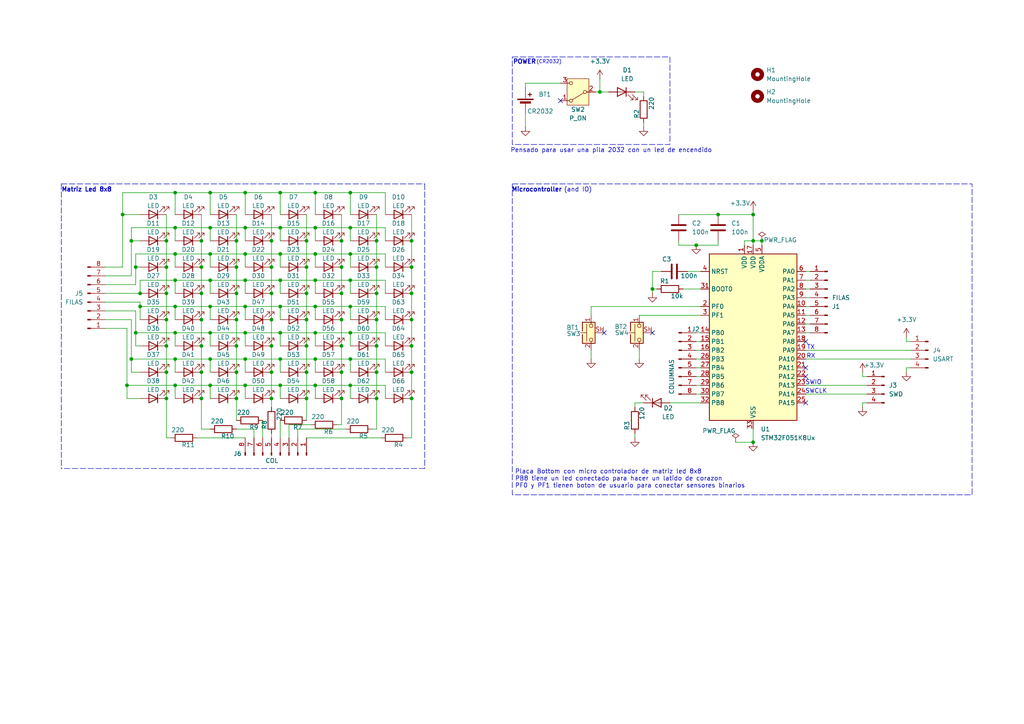
<source format=kicad_sch>
(kicad_sch (version 20250114) (generator "eeschema") (generator_version "9.0")
  (paper "A4")
  (title_block (title "Matrix Driver") (date "${BUILD_DATE}") (rev "${VERSION}") (company "ARC Maker"))
  (rectangle (start 148.59 53.34) (end 281.94 143.51) (stroke (width 0) (type dash)))
  (rectangle (start 148.59 16.51) (end 194.31 41.91) (stroke (width 0) (type dash)))
  (text "(CR2032)" (at 159.258 18.034 0) (effects (font (size 1.016 1.016) (thickness 0.127))))
  (text "RX" (at 235.204 103.378 0) (effects (font (size 1.27 1.27))))
  (text "Placa Bottom con micro controlador de matriz led 8x8\nPB8 tiene un led conectado para hacer un latido de corazon\nPF0 y PF1 tienen boton de usuario para conectar sensores binarios" (at 149.352 138.938 0) (effects (font (size 1.27 1.27)) (justify left)))
  (text "SWIO" (at 235.966 110.998 0) (effects (font (size 1.27 1.27))))
  (text "Microcontroller" (at 155.702 55.118 0) (effects (font (size 1.27 1.27) (thickness 0.254) (bold yes))))
  (text "(and IO)" (at 167.64 55.118 0) (effects (font (size 1.27 1.27))))
  (text "Matriz Led 8x8" (at 25.146 55.118 0) (effects (font (size 1.27 1.27) (thickness 0.254) (bold yes))))
  (text "TX" (at 235.204 100.838 0) (effects (font (size 1.27 1.27))))
  (text "Pensado para usar una pila 2032 con un led de encendido" (at 177.292 43.688 0) (effects (font (size 1.27 1.27))))
  (text "SWCLK" (at 236.728 113.538 0) (effects (font (size 1.27 1.27))))
  (text "POWER" (at 152.146 18.034 0) (effects (font (size 1.27 1.27) (thickness 0.254) (bold yes))))
  (junction (at 88.9 69.85))
  (junction (at 38.1 69.85))
  (junction (at 218.44 69.85))
  (junction (at 48.26 77.47))
  (junction (at 78.74 69.85))
  (junction (at 39.37 96.52))
  (junction (at 88.9 107.95))
  (junction (at 60.96 81.28))
  (junction (at 109.22 69.85))
  (junction (at 71.12 55.88))
  (junction (at 81.28 88.9))
  (junction (at 91.44 81.28))
  (junction (at 101.6 88.9))
  (junction (at 50.8 104.14))
  (junction (at 78.74 77.47))
  (junction (at 91.44 104.14))
  (junction (at 81.28 111.76))
  (junction (at 78.74 115.57))
  (junction (at 218.44 128.27))
  (junction (at 101.6 111.76))
  (junction (at 101.6 81.28))
  (junction (at 91.44 96.52))
  (junction (at 119.38 69.85))
  (junction (at 68.58 85.09))
  (junction (at 109.22 107.95))
  (junction (at 208.28 62.23))
  (junction (at 81.28 66.04))
  (junction (at 50.8 81.28))
  (junction (at 58.42 100.33))
  (junction (at 58.42 115.57))
  (junction (at 71.12 88.9))
  (junction (at 220.98 69.85))
  (junction (at 58.42 92.71))
  (junction (at 48.26 85.09))
  (junction (at 81.28 96.52))
  (junction (at 101.6 96.52))
  (junction (at 50.8 55.88))
  (junction (at 71.12 111.76))
  (junction (at 99.06 77.47))
  (junction (at 60.96 88.9))
  (junction (at 119.38 77.47))
  (junction (at 189.23 83.82))
  (junction (at 48.26 100.33))
  (junction (at 60.96 55.88))
  (junction (at 109.22 77.47))
  (junction (at 119.38 85.09))
  (junction (at 101.6 104.14))
  (junction (at 60.96 73.66))
  (junction (at 58.42 77.47))
  (junction (at 101.6 73.66))
  (junction (at 50.8 73.66))
  (junction (at 91.44 88.9))
  (junction (at 99.06 115.57))
  (junction (at 109.22 100.33))
  (junction (at 78.74 85.09))
  (junction (at 99.06 85.09))
  (junction (at 68.58 100.33))
  (junction (at 78.74 107.95))
  (junction (at 88.9 85.09))
  (junction (at 119.38 115.57))
  (junction (at 81.28 55.88))
  (junction (at 48.26 69.85))
  (junction (at 119.38 100.33))
  (junction (at 58.42 107.95))
  (junction (at 35.56 62.23))
  (junction (at 60.96 111.76))
  (junction (at 60.96 104.14))
  (junction (at 58.42 69.85))
  (junction (at 218.44 62.23))
  (junction (at 88.9 115.57))
  (junction (at 88.9 100.33))
  (junction (at 68.58 77.47))
  (junction (at 68.58 115.57))
  (junction (at 88.9 77.47))
  (junction (at 201.93 71.12))
  (junction (at 78.74 100.33))
  (junction (at 91.44 66.04))
  (junction (at 68.58 69.85))
  (junction (at 40.64 88.9))
  (junction (at 173.99 26.67))
  (junction (at 50.8 96.52))
  (junction (at 91.44 55.88))
  (junction (at 50.8 88.9))
  (junction (at 119.38 107.95))
  (junction (at 109.22 85.09))
  (junction (at 109.22 92.71))
  (junction (at 71.12 104.14))
  (junction (at 48.26 107.95))
  (junction (at 71.12 96.52))
  (junction (at 50.8 111.76))
  (junction (at 91.44 73.66))
  (junction (at 38.1 104.14))
  (junction (at 91.44 111.76))
  (junction (at 99.06 92.71))
  (junction (at 48.26 115.57))
  (junction (at 99.06 107.95))
  (junction (at 58.42 85.09))
  (junction (at 81.28 104.14))
  (junction (at 71.12 81.28))
  (junction (at 36.83 111.76))
  (junction (at 71.12 73.66))
  (junction (at 50.8 66.04))
  (junction (at 99.06 100.33))
  (junction (at 78.74 92.71))
  (junction (at 60.96 66.04))
  (junction (at 60.96 96.52))
  (junction (at 68.58 92.71))
  (junction (at 88.9 92.71))
  (junction (at 68.58 107.95))
  (junction (at 81.28 73.66))
  (junction (at 40.64 85.09))
  (junction (at 48.26 92.71))
  (junction (at 81.28 81.28))
  (junction (at 101.6 55.88))
  (junction (at 71.12 66.04))
  (junction (at 39.37 77.47))
  (junction (at 99.06 69.85))
  (junction (at 119.38 92.71))
  (junction (at 101.6 66.04))
  (junction (at 109.22 115.57))
  (no_connect (at 162.56 29.21))
  (no_connect (at 189.23 96.52))
  (no_connect (at 233.68 109.22))
  (no_connect (at 233.68 116.84))
  (no_connect (at 175.26 96.52))
  (no_connect (at 233.68 106.68))
  (no_connect (at 233.68 99.06))
  (wire (pts (xy 39.37 73.66) (xy 50.8 73.66)))
  (wire (pts (xy 88.9 127) (xy 110.49 127)))
  (wire (pts (xy 48.26 127) (xy 48.26 115.57)))
  (wire (pts (xy 91.44 73.66) (xy 101.6 73.66)))
  (wire (pts (xy 78.74 107.95) (xy 78.74 115.57)))
  (wire (pts (xy 50.8 81.28) (xy 60.96 81.28)))
  (wire (pts (xy 101.6 66.04) (xy 111.76 66.04)))
  (wire (pts (xy 68.58 115.57) (xy 68.58 107.95)))
  (wire (pts (xy 50.8 88.9) (xy 60.96 88.9)))
  (wire (pts (xy 198.12 83.82) (xy 203.2 83.82)))
  (wire (pts (xy 40.64 88.9) (xy 40.64 92.71)))
  (wire (pts (xy 86.36 124.46) (xy 100.33 124.46)))
  (wire (pts (xy 35.56 77.47) (xy 35.56 62.23)))
  (wire (pts (xy 233.68 78.74) (xy 234.95 78.74)))
  (wire (pts (xy 101.6 88.9) (xy 101.6 92.71)))
  (wire (pts (xy 196.85 69.85) (xy 196.85 71.12)))
  (wire (pts (xy 71.12 73.66) (xy 81.28 73.66)))
  (wire (pts (xy 36.83 111.76) (xy 36.83 115.57)))
  (wire (pts (xy 185.42 91.44) (xy 203.2 91.44)))
  (wire (pts (xy 88.9 107.95) (xy 88.9 100.33)))
  (wire (pts (xy 30.48 82.55) (xy 39.37 82.55)))
  (wire (pts (xy 91.44 66.04) (xy 101.6 66.04)))
  (wire (pts (xy 233.68 91.44) (xy 234.95 91.44)))
  (wire (pts (xy 101.6 55.88) (xy 111.76 55.88)))
  (wire (pts (xy 71.12 111.76) (xy 81.28 111.76)))
  (wire (pts (xy 109.22 115.57) (xy 109.22 107.95)))
  (wire (pts (xy 101.6 104.14) (xy 111.76 104.14)))
  (wire (pts (xy 50.8 55.88) (xy 50.8 62.23)))
  (wire (pts (xy 86.36 127) (xy 86.36 124.46)))
  (wire (pts (xy 73.66 127) (xy 73.66 124.46)))
  (wire (pts (xy 58.42 124.46) (xy 58.42 115.57)))
  (wire (pts (xy 38.1 69.85) (xy 40.64 69.85)))
  (wire (pts (xy 48.26 77.47) (xy 48.26 69.85)))
  (wire (pts (xy 81.28 127) (xy 81.28 121.92)))
  (wire (pts (xy 36.83 95.25) (xy 36.83 111.76)))
  (wire (pts (xy 78.74 115.57) (xy 78.74 118.11)))
  (wire (pts (xy 101.6 111.76) (xy 111.76 111.76)))
  (wire (pts (xy 218.44 62.23) (xy 218.44 69.85)))
  (wire (pts (xy 208.28 71.12) (xy 201.93 71.12)))
  (wire (pts (xy 81.28 55.88) (xy 81.28 62.23)))
  (wire (pts (xy 71.12 96.52) (xy 71.12 100.33)))
  (wire (pts (xy 111.76 81.28) (xy 111.76 85.09)))
  (wire (pts (xy 109.22 124.46) (xy 109.22 115.57)))
  (wire (pts (xy 91.44 73.66) (xy 91.44 77.47)))
  (wire (pts (xy 184.15 118.11) (xy 184.15 116.84)))
  (wire (pts (xy 50.8 104.14) (xy 50.8 107.95)))
  (wire (pts (xy 262.89 106.68) (xy 264.16 106.68)))
  (wire (pts (xy 50.8 73.66) (xy 60.96 73.66)))
  (wire (pts (xy 101.6 111.76) (xy 101.6 115.57)))
  (wire (pts (xy 111.76 96.52) (xy 111.76 100.33)))
  (wire (pts (xy 48.26 92.71) (xy 48.26 85.09)))
  (wire (pts (xy 109.22 107.95) (xy 109.22 100.33)))
  (wire (pts (xy 119.38 107.95) (xy 119.38 100.33)))
  (wire (pts (xy 39.37 77.47) (xy 40.64 77.47)))
  (wire (pts (xy 50.8 66.04) (xy 50.8 69.85)))
  (wire (pts (xy 233.68 93.98) (xy 234.95 93.98)))
  (wire (pts (xy 81.28 104.14) (xy 91.44 104.14)))
  (wire (pts (xy 78.74 100.33) (xy 78.74 107.95)))
  (wire (pts (xy 264.16 99.06) (xy 262.89 99.06)))
  (wire (pts (xy 107.95 124.46) (xy 109.22 124.46)))
  (wire (pts (xy 184.15 125.73) (xy 184.15 127)))
  (wire (pts (xy 81.28 88.9) (xy 91.44 88.9)))
  (wire (pts (xy 38.1 104.14) (xy 50.8 104.14)))
  (wire (pts (xy 60.96 88.9) (xy 60.96 92.71)))
  (wire (pts (xy 101.6 96.52) (xy 111.76 96.52)))
  (wire (pts (xy 83.82 123.19) (xy 90.17 123.19)))
  (wire (pts (xy 78.74 69.85) (xy 78.74 77.47)))
  (wire (pts (xy 68.58 100.33) (xy 68.58 92.71)))
  (wire (pts (xy 81.28 73.66) (xy 81.28 77.47)))
  (wire (pts (xy 109.22 85.09) (xy 109.22 77.47)))
  (wire (pts (xy 76.2 127) (xy 76.2 121.92)))
  (wire (pts (xy 194.31 116.84) (xy 203.2 116.84)))
  (wire (pts (xy 118.11 127) (xy 119.38 127)))
  (wire (pts (xy 60.96 66.04) (xy 71.12 66.04)))
  (wire (pts (xy 81.28 66.04) (xy 91.44 66.04)))
  (wire (pts (xy 173.99 22.86) (xy 173.99 26.67)))
  (wire (pts (xy 48.26 85.09) (xy 48.26 77.47)))
  (wire (pts (xy 250.19 109.22) (xy 250.19 107.95)))
  (wire (pts (xy 88.9 69.85) (xy 88.9 62.23)))
  (wire (pts (xy 189.23 83.82) (xy 190.5 83.82)))
  (wire (pts (xy 50.8 104.14) (xy 60.96 104.14)))
  (wire (pts (xy 91.44 92.71) (xy 91.44 88.9)))
  (wire (pts (xy 58.42 92.71) (xy 58.42 85.09)))
  (wire (pts (xy 173.99 26.67) (xy 172.72 26.67)))
  (wire (pts (xy 171.45 101.6) (xy 171.45 104.14)))
  (wire (pts (xy 91.44 96.52) (xy 91.44 100.33)))
  (wire (pts (xy 49.53 127) (xy 48.26 127)))
  (wire (pts (xy 233.68 86.36) (xy 234.95 86.36)))
  (wire (pts (xy 78.74 77.47) (xy 78.74 85.09)))
  (wire (pts (xy 73.66 124.46) (xy 68.58 124.46)))
  (wire (pts (xy 40.64 87.63) (xy 40.64 88.9)))
  (wire (pts (xy 99.06 92.71) (xy 99.06 85.09)))
  (wire (pts (xy 60.96 73.66) (xy 60.96 77.47)))
  (wire (pts (xy 91.44 104.14) (xy 91.44 107.95)))
  (wire (pts (xy 233.68 101.6) (xy 264.16 101.6)))
  (wire (pts (xy 58.42 69.85) (xy 58.42 62.23)))
  (wire (pts (xy 81.28 81.28) (xy 81.28 85.09)))
  (wire (pts (xy 81.28 55.88) (xy 91.44 55.88)))
  (wire (pts (xy 109.22 69.85) (xy 109.22 62.23)))
  (wire (pts (xy 215.9 69.85) (xy 218.44 69.85)))
  (wire (pts (xy 99.06 123.19) (xy 99.06 115.57)))
  (wire (pts (xy 119.38 100.33) (xy 119.38 92.71)))
  (wire (pts (xy 38.1 66.04) (xy 50.8 66.04)))
  (wire (pts (xy 48.26 115.57) (xy 48.26 107.95)))
  (wire (pts (xy 233.68 88.9) (xy 234.95 88.9)))
  (wire (pts (xy 186.69 35.56) (xy 186.69 36.83)))
  (wire (pts (xy 91.44 81.28) (xy 91.44 85.09)))
  (wire (pts (xy 50.8 88.9) (xy 50.8 92.71)))
  (wire (pts (xy 71.12 111.76) (xy 71.12 115.57)))
  (wire (pts (xy 171.45 91.44) (xy 171.45 88.9)))
  (wire (pts (xy 88.9 77.47) (xy 88.9 69.85)))
  (wire (pts (xy 262.89 107.95) (xy 262.89 106.68)))
  (wire (pts (xy 60.96 55.88) (xy 60.96 62.23)))
  (wire (pts (xy 186.69 27.94) (xy 186.69 26.67)))
  (wire (pts (xy 35.56 62.23) (xy 40.64 62.23)))
  (wire (pts (xy 186.69 26.67) (xy 184.15 26.67)))
  (wire (pts (xy 101.6 88.9) (xy 111.76 88.9)))
  (wire (pts (xy 60.96 66.04) (xy 60.96 69.85)))
  (wire (pts (xy 251.46 109.22) (xy 250.19 109.22)))
  (wire (pts (xy 81.28 88.9) (xy 81.28 92.71)))
  (wire (pts (xy 220.98 71.12) (xy 220.98 69.85)))
  (wire (pts (xy 68.58 85.09) (xy 68.58 77.47)))
  (wire (pts (xy 48.26 69.85) (xy 48.26 62.23)))
  (wire (pts (xy 68.58 121.92) (xy 68.58 115.57)))
  (wire (pts (xy 189.23 78.74) (xy 191.77 78.74)))
  (wire (pts (xy 173.99 26.67) (xy 176.53 26.67)))
  (wire (pts (xy 262.89 99.06) (xy 262.89 97.79)))
  (wire (pts (xy 201.93 106.68) (xy 203.2 106.68)))
  (wire (pts (xy 50.8 55.88) (xy 60.96 55.88)))
  (wire (pts (xy 218.44 60.96) (xy 218.44 62.23)))
  (wire (pts (xy 196.85 62.23) (xy 208.28 62.23)))
  (wire (pts (xy 39.37 100.33) (xy 40.64 100.33)))
  (wire (pts (xy 39.37 96.52) (xy 50.8 96.52)))
  (wire (pts (xy 71.12 73.66) (xy 71.12 77.47)))
  (wire (pts (xy 220.98 69.85) (xy 218.44 69.85)))
  (wire (pts (xy 184.15 116.84) (xy 186.69 116.84)))
  (wire (pts (xy 99.06 69.85) (xy 99.06 62.23)))
  (wire (pts (xy 233.68 83.82) (xy 234.95 83.82)))
  (wire (pts (xy 38.1 92.71) (xy 38.1 104.14)))
  (wire (pts (xy 119.38 77.47) (xy 119.38 69.85)))
  (wire (pts (xy 50.8 111.76) (xy 60.96 111.76)))
  (wire (pts (xy 60.96 96.52) (xy 60.96 100.33)))
  (wire (pts (xy 60.96 104.14) (xy 71.12 104.14)))
  (wire (pts (xy 152.4 36.83) (xy 152.4 33.02)))
  (wire (pts (xy 71.12 96.52) (xy 81.28 96.52)))
  (wire (pts (xy 71.12 66.04) (xy 71.12 69.85)))
  (wire (pts (xy 71.12 104.14) (xy 81.28 104.14)))
  (wire (pts (xy 99.06 100.33) (xy 99.06 92.71)))
  (wire (pts (xy 218.44 124.46) (xy 218.44 128.27)))
  (wire (pts (xy 30.48 85.09) (xy 40.64 85.09)))
  (wire (pts (xy 91.44 88.9) (xy 101.6 88.9)))
  (wire (pts (xy 213.36 128.27) (xy 218.44 128.27)))
  (wire (pts (xy 30.48 80.01) (xy 38.1 80.01)))
  (wire (pts (xy 81.28 81.28) (xy 91.44 81.28)))
  (wire (pts (xy 71.12 88.9) (xy 71.12 92.71)))
  (wire (pts (xy 233.68 96.52) (xy 234.95 96.52)))
  (wire (pts (xy 250.19 116.84) (xy 251.46 116.84)))
  (wire (pts (xy 91.44 55.88) (xy 101.6 55.88)))
  (wire (pts (xy 35.56 55.88) (xy 50.8 55.88)))
  (wire (pts (xy 201.93 114.3) (xy 203.2 114.3)))
  (wire (pts (xy 250.19 118.11) (xy 250.19 116.84)))
  (wire (pts (xy 189.23 78.74) (xy 189.23 83.82)))
  (wire (pts (xy 109.22 92.71) (xy 109.22 85.09)))
  (wire (pts (xy 91.44 111.76) (xy 101.6 111.76)))
  (wire (pts (xy 50.8 73.66) (xy 50.8 77.47)))
  (wire (pts (xy 215.9 71.12) (xy 215.9 69.85)))
  (wire (pts (xy 60.96 73.66) (xy 71.12 73.66)))
  (wire (pts (xy 233.68 81.28) (xy 234.95 81.28)))
  (wire (pts (xy 71.12 66.04) (xy 81.28 66.04)))
  (wire (pts (xy 119.38 85.09) (xy 119.38 77.47)))
  (wire (pts (xy 83.82 127) (xy 83.82 123.19)))
  (wire (pts (xy 88.9 121.92) (xy 88.9 115.57)))
  (wire (pts (xy 60.96 55.88) (xy 71.12 55.88)))
  (wire (pts (xy 81.28 111.76) (xy 91.44 111.76)))
  (wire (pts (xy 48.26 100.33) (xy 48.26 92.71)))
  (wire (pts (xy 71.12 55.88) (xy 71.12 62.23)))
  (wire (pts (xy 50.8 96.52) (xy 60.96 96.52)))
  (wire (pts (xy 97.79 123.19) (xy 99.06 123.19)))
  (wire (pts (xy 109.22 100.33) (xy 109.22 92.71)))
  (wire (pts (xy 38.1 107.95) (xy 40.64 107.95)))
  (wire (pts (xy 201.93 109.22) (xy 203.2 109.22)))
  (wire (pts (xy 119.38 92.71) (xy 119.38 85.09)))
  (wire (pts (xy 40.64 85.09) (xy 40.64 81.28)))
  (wire (pts (xy 68.58 107.95) (xy 68.58 100.33)))
  (wire (pts (xy 30.48 92.71) (xy 38.1 92.71)))
  (wire (pts (xy 50.8 111.76) (xy 50.8 115.57)))
  (wire (pts (xy 50.8 66.04) (xy 60.96 66.04)))
  (wire (pts (xy 91.44 55.88) (xy 91.44 62.23)))
  (wire (pts (xy 68.58 92.71) (xy 68.58 85.09)))
  (wire (pts (xy 36.83 115.57) (xy 40.64 115.57)))
  (wire (pts (xy 101.6 73.66) (xy 101.6 77.47)))
  (wire (pts (xy 88.9 92.71) (xy 88.9 85.09)))
  (wire (pts (xy 68.58 69.85) (xy 68.58 62.23)))
  (wire (pts (xy 48.26 107.95) (xy 48.26 100.33)))
  (wire (pts (xy 201.93 111.76) (xy 203.2 111.76)))
  (wire (pts (xy 109.22 77.47) (xy 109.22 69.85)))
  (wire (pts (xy 91.44 81.28) (xy 101.6 81.28)))
  (wire (pts (xy 218.44 69.85) (xy 218.44 71.12)))
  (wire (pts (xy 101.6 55.88) (xy 101.6 62.23)))
  (wire (pts (xy 60.96 88.9) (xy 71.12 88.9)))
  (wire (pts (xy 38.1 104.14) (xy 38.1 107.95)))
  (wire (pts (xy 152.4 24.13) (xy 162.56 24.13)))
  (wire (pts (xy 60.96 96.52) (xy 71.12 96.52)))
  (wire (pts (xy 58.42 115.57) (xy 58.42 107.95)))
  (wire (pts (xy 39.37 82.55) (xy 39.37 77.47)))
  (wire (pts (xy 60.96 104.14) (xy 60.96 107.95)))
  (wire (pts (xy 81.28 73.66) (xy 91.44 73.66)))
  (wire (pts (xy 101.6 66.04) (xy 101.6 69.85)))
  (wire (pts (xy 208.28 62.23) (xy 218.44 62.23)))
  (wire (pts (xy 78.74 85.09) (xy 78.74 92.71)))
  (polyline (pts (xy 123.19 135.89) (xy 17.78 135.89)) (stroke (width 0) (type dash)))
  (wire (pts (xy 58.42 107.95) (xy 58.42 100.33)))
  (wire (pts (xy 50.8 96.52) (xy 50.8 100.33)))
  (wire (pts (xy 39.37 90.17) (xy 39.37 96.52)))
  (wire (pts (xy 39.37 77.47) (xy 39.37 73.66)))
  (wire (pts (xy 60.96 81.28) (xy 60.96 85.09)))
  (wire (pts (xy 71.12 81.28) (xy 71.12 85.09)))
  (wire (pts (xy 30.48 77.47) (xy 35.56 77.47)))
  (wire (pts (xy 201.93 101.6) (xy 203.2 101.6)))
  (wire (pts (xy 35.56 62.23) (xy 35.56 55.88)))
  (wire (pts (xy 58.42 85.09) (xy 58.42 77.47)))
  (wire (pts (xy 171.45 88.9) (xy 203.2 88.9)))
  (wire (pts (xy 38.1 69.85) (xy 38.1 66.04)))
  (wire (pts (xy 60.96 124.46) (xy 58.42 124.46)))
  (wire (pts (xy 208.28 69.85) (xy 208.28 71.12)))
  (wire (pts (xy 78.74 62.23) (xy 78.74 69.85)))
  (wire (pts (xy 40.64 81.28) (xy 50.8 81.28)))
  (wire (pts (xy 30.48 87.63) (xy 40.64 87.63)))
  (wire (pts (xy 111.76 73.66) (xy 111.76 77.47)))
  (wire (pts (xy 39.37 96.52) (xy 39.37 100.33)))
  (wire (pts (xy 58.42 100.33) (xy 58.42 92.71)))
  (wire (pts (xy 199.39 78.74) (xy 203.2 78.74)))
  (wire (pts (xy 99.06 85.09) (xy 99.06 77.47)))
  (wire (pts (xy 101.6 104.14) (xy 101.6 107.95)))
  (wire (pts (xy 119.38 127) (xy 119.38 115.57)))
  (wire (pts (xy 88.9 100.33) (xy 88.9 92.71)))
  (wire (pts (xy 60.96 111.76) (xy 60.96 115.57)))
  (wire (pts (xy 71.12 88.9) (xy 81.28 88.9)))
  (wire (pts (xy 30.48 90.17) (xy 39.37 90.17)))
  (wire (pts (xy 50.8 81.28) (xy 50.8 85.09)))
  (wire (pts (xy 99.06 77.47) (xy 99.06 69.85)))
  (wire (pts (xy 60.96 81.28) (xy 71.12 81.28)))
  (wire (pts (xy 185.42 101.6) (xy 185.42 104.14)))
  (wire (pts (xy 201.93 104.14) (xy 203.2 104.14)))
  (wire (pts (xy 58.42 77.47) (xy 58.42 69.85)))
  (wire (pts (xy 36.83 111.76) (xy 50.8 111.76)))
  (wire (pts (xy 99.06 107.95) (xy 99.06 100.33)))
  (polyline (pts (xy 17.78 53.34) (xy 123.19 53.34)) (stroke (width 0) (type dash)))
  (wire (pts (xy 88.9 85.09) (xy 88.9 77.47)))
  (wire (pts (xy 111.76 66.04) (xy 111.76 69.85)))
  (wire (pts (xy 81.28 96.52) (xy 81.28 100.33)))
  (wire (pts (xy 71.12 55.88) (xy 81.28 55.88)))
  (wire (pts (xy 68.58 77.47) (xy 68.58 69.85)))
  (polyline (pts (xy 123.19 53.34) (xy 123.19 135.89)) (stroke (width 0) (type dash)))
  (wire (pts (xy 119.38 115.57) (xy 119.38 107.95)))
  (wire (pts (xy 71.12 127) (xy 57.15 127)))
  (wire (pts (xy 91.44 66.04) (xy 91.44 69.85)))
  (wire (pts (xy 101.6 73.66) (xy 111.76 73.66)))
  (wire (pts (xy 189.23 83.82) (xy 189.23 85.09)))
  (wire (pts (xy 71.12 81.28) (xy 81.28 81.28)))
  (wire (pts (xy 40.64 88.9) (xy 50.8 88.9)))
  (wire (pts (xy 30.48 95.25) (xy 36.83 95.25)))
  (wire (pts (xy 111.76 111.76) (xy 111.76 115.57)))
  (wire (pts (xy 38.1 80.01) (xy 38.1 69.85)))
  (wire (pts (xy 91.44 104.14) (xy 101.6 104.14)))
  (wire (pts (xy 88.9 115.57) (xy 88.9 107.95)))
  (wire (pts (xy 99.06 115.57) (xy 99.06 107.95)))
  (wire (pts (xy 91.44 115.57) (xy 91.44 111.76)))
  (wire (pts (xy 111.76 104.14) (xy 111.76 107.95)))
  (wire (pts (xy 78.74 92.71) (xy 78.74 100.33)))
  (wire (pts (xy 101.6 81.28) (xy 111.76 81.28)))
  (wire (pts (xy 196.85 71.12) (xy 201.93 71.12)))
  (wire (pts (xy 81.28 104.14) (xy 81.28 107.95)))
  (wire (pts (xy 101.6 81.28) (xy 101.6 85.09)))
  (wire (pts (xy 201.93 99.06) (xy 203.2 99.06)))
  (wire (pts (xy 81.28 111.76) (xy 81.28 115.57)))
  (wire (pts (xy 81.28 96.52) (xy 91.44 96.52)))
  (wire (pts (xy 201.93 96.52) (xy 203.2 96.52)))
  (wire (pts (xy 78.74 125.73) (xy 78.74 127)))
  (wire (pts (xy 233.68 111.76) (xy 251.46 111.76)))
  (wire (pts (xy 233.68 104.14) (xy 264.16 104.14)))
  (wire (pts (xy 91.44 96.52) (xy 101.6 96.52)))
  (polyline (pts (xy 17.78 53.34) (xy 17.78 135.89)) (stroke (width 0) (type dash)))
  (wire (pts (xy 233.68 114.3) (xy 251.46 114.3)))
  (wire (pts (xy 119.38 69.85) (xy 119.38 62.23)))
  (wire (pts (xy 111.76 88.9) (xy 111.76 92.71)))
  (wire (pts (xy 60.96 111.76) (xy 71.12 111.76)))
  (wire (pts (xy 101.6 96.52) (xy 101.6 100.33)))
  (wire (pts (xy 152.4 24.13) (xy 152.4 25.4)))
  (wire (pts (xy 71.12 104.14) (xy 71.12 107.95)))
  (wire (pts (xy 111.76 55.88) (xy 111.76 62.23)))
  (wire (pts (xy 81.28 66.04) (xy 81.28 69.85)))
  (symbol (lib_id "Device:LED") (at 54.61 107.95 180) (unit 1)
    (property "Reference" "D41" (at 54.61 102.87 0))
    (property "Value" "LED" (at 54.61 105.41 0))
    (property "Footprint" "LED_SMD:LED_0603_1608Metric" (effects (hide yes)))
    (property "Description" "Light emitting diode" (effects (hide yes)))
    (property "Manufacturer Part #" "BL-HJC36G-AV-TRB " (effects (hide yes)))
  )
  (symbol (lib_id "Device:LED") (at 64.77 107.95 180) (unit 1)
    (property "Reference" "D45" (at 64.77 102.87 0))
    (property "Value" "LED" (at 64.77 105.41 0))
    (property "Footprint" "LED_SMD:LED_0603_1608Metric" (effects (hide yes)))
    (property "Description" "Light emitting diode" (effects (hide yes)))
    (property "Manufacturer Part #" "BL-HJC36G-AV-TRB " (effects (hide yes)))
  )
  (symbol (lib_id "Device:C") (at 196.85 66.04 0) (unit 1)
    (property "Reference" "C2" (at 200.66 64.7699 0) (effects (justify left)))
    (property "Value" "100n" (at 200.66 67.3099 0) (effects (justify left)))
    (property "Footprint" "Capacitor_SMD:C_0603_1608Metric" (effects (hide yes)))
    (property "Description" "Unpolarized capacitor" (effects (hide yes)))
  )
  (symbol (lib_id "Device:C") (at 195.58 78.74 270) (unit 1)
    (property "Reference" "C3" (at 192.024 75.184 90) (effects (justify left)))
    (property "Value" "100n" (at 197.358 80.01 90) (effects (justify left)))
    (property "Footprint" "Capacitor_SMD:C_0603_1608Metric" (effects (hide yes)))
    (property "Description" "Unpolarized capacitor" (effects (hide yes)))
  )
  (symbol (lib_id "Device:LED") (at 95.25 115.57 180) (unit 1)
    (property "Reference" "D58" (at 95.25 110.49 0))
    (property "Value" "LED" (at 95.25 113.03 0))
    (property "Footprint" "LED_SMD:LED_0603_1608Metric" (effects (hide yes)))
    (property "Description" "Light emitting diode" (effects (hide yes)))
    (property "Manufacturer Part #" "BL-HJC36G-AV-TRB " (effects (hide yes)))
  )
  (symbol (lib_id "Device:LED") (at 105.41 85.09 180) (unit 1)
    (property "Reference" "D33" (at 105.41 80.01 0))
    (property "Value" "LED" (at 105.41 82.55 0))
    (property "Footprint" "LED_SMD:LED_0603_1608Metric" (effects (hide yes)))
    (property "Description" "Light emitting diode" (effects (hide yes)))
    (property "Manufacturer Part #" "BL-HJC36G-AV-TRB " (effects (hide yes)))
  )
  (symbol (lib_id "Device:LED") (at 74.93 107.95 180) (unit 1)
    (property "Reference" "D49" (at 74.93 102.87 0))
    (property "Value" "LED" (at 74.93 105.41 0))
    (property "Footprint" "LED_SMD:LED_0603_1608Metric" (effects (hide yes)))
    (property "Description" "Light emitting diode" (effects (hide yes)))
    (property "Manufacturer Part #" "BL-HJC36G-AV-TRB " (effects (hide yes)))
  )
  (symbol (lib_id "Device:LED") (at 115.57 62.23 180) (unit 1)
    (property "Reference" "D10" (at 115.57 57.15 0))
    (property "Value" "LED" (at 115.57 59.69 0))
    (property "Footprint" "LED_SMD:LED_0603_1608Metric" (effects (hide yes)))
    (property "Description" "Light emitting diode" (effects (hide yes)))
    (property "Manufacturer Part #" "BL-HJC36G-AV-TRB " (effects (hide yes)))
  )
  (symbol (lib_id "Device:R") (at 64.77 124.46 90) (unit 1)
    (property "Reference" "R10" (at 66.04 126.492 90))
    (property "Value" "220" (at 62.992 122.174 90))
    (property "Footprint" "Resistor_SMD:R_0402_1005Metric" (effects (hide yes)))
    (property "Description" "Resistor" (effects (hide yes)))
  )
  (symbol (lib_id "power:GND") (at 184.15 127 0) (unit 1)
    (property "Reference" "#PWR016" (effects (hide yes)))
    (property "Value" "GND" (effects (hide yes)))
    (property "Description" "Power symbol creates a global label with name \"GND\" , ground" (effects (hide yes)))
  )
  (symbol (lib_id "Switch:SW_Push_Shielded") (at 185.42 96.52 90) (mirror x) (unit 1)
    (property "Reference" "SW4" (at 180.34 96.52 90))
    (property "Value" "BT2" (at 180.086 94.742 90))
    (property "Footprint" "SamacSys_Parts:TS24CA" (effects (hide yes)))
    (property "Description" "Generic push-button switch, two contact pins and shield pin(s)" (effects (hide yes)))
    (property "Manufacturer Part #" "TS24CAC393942" (effects (hide yes)))
  )
  (symbol (lib_id "Device:LED") (at 105.41 69.85 180) (unit 1)
    (property "Reference" "D17" (at 105.41 64.77 0))
    (property "Value" "LED" (at 105.41 67.31 0))
    (property "Footprint" "LED_SMD:LED_0603_1608Metric" (effects (hide yes)))
    (property "Description" "Light emitting diode" (effects (hide yes)))
    (property "Manufacturer Part #" "BL-HJC36G-AV-TRB " (effects (hide yes)))
  )
  (symbol (lib_id "Device:R") (at 85.09 121.92 90) (unit 1)
    (property "Reference" "R7" (at 86.36 123.952 90))
    (property "Value" "220" (at 83.312 119.634 90))
    (property "Footprint" "Resistor_SMD:R_0402_1005Metric" (effects (hide yes)))
    (property "Description" "Resistor" (effects (hide yes)))
  )
  (symbol (lib_id "Device:LED") (at 115.57 85.09 180) (unit 1)
    (property "Reference" "D34" (at 115.57 80.01 0))
    (property "Value" "LED" (at 115.57 82.55 0))
    (property "Footprint" "LED_SMD:LED_0603_1608Metric" (effects (hide yes)))
    (property "Description" "Light emitting diode" (effects (hide yes)))
    (property "Manufacturer Part #" "BL-HJC36G-AV-TRB " (effects (hide yes)))
  )
  (symbol (lib_id "Device:LED") (at 54.61 62.23 180) (unit 1)
    (property "Reference" "D4" (at 54.61 57.15 0))
    (property "Value" "LED" (at 54.61 59.69 0))
    (property "Footprint" "LED_SMD:LED_0603_1608Metric" (effects (hide yes)))
    (property "Description" "Light emitting diode" (effects (hide yes)))
    (property "Manufacturer Part #" "BL-HJC36G-AV-TRB " (effects (hide yes)))
  )
  (symbol (lib_id "Device:LED") (at 74.93 77.47 180) (unit 1)
    (property "Reference" "D22" (at 74.93 72.39 0))
    (property "Value" "LED" (at 74.93 74.93 0))
    (property "Footprint" "LED_SMD:LED_0603_1608Metric" (effects (hide yes)))
    (property "Description" "Light emitting diode" (effects (hide yes)))
    (property "Manufacturer Part #" "BL-HJC36G-AV-TRB " (effects (hide yes)))
  )
  (symbol (lib_id "Device:LED") (at 105.41 107.95 180) (unit 1)
    (property "Reference" "D61" (at 105.41 102.87 0))
    (property "Value" "LED" (at 105.41 105.41 0))
    (property "Footprint" "LED_SMD:LED_0603_1608Metric" (effects (hide yes)))
    (property "Description" "Light emitting diode" (effects (hide yes)))
    (property "Manufacturer Part #" "BL-HJC36G-AV-TRB " (effects (hide yes)))
  )
  (symbol (lib_id "power:GND") (at 262.89 107.95 0) (unit 1)
    (property "Reference" "#PWR012" (effects (hide yes)))
    (property "Value" "GND" (effects (hide yes)))
    (property "Description" "Power symbol creates a global label with name \"GND\" , ground" (effects (hide yes)))
  )
  (symbol (lib_id "Device:LED") (at 115.57 107.95 180) (unit 1)
    (property "Reference" "D65" (at 115.57 102.87 0))
    (property "Value" "LED" (at 115.57 105.41 0))
    (property "Footprint" "LED_SMD:LED_0603_1608Metric" (effects (hide yes)))
    (property "Description" "Light emitting diode" (effects (hide yes)))
    (property "Manufacturer Part #" "BL-HJC36G-AV-TRB " (effects (hide yes)))
  )
  (symbol (lib_id "power:GND") (at 185.42 104.14 0) (unit 1)
    (property "Reference" "#PWR014" (effects (hide yes)))
    (property "Value" "GND" (effects (hide yes)))
    (property "Description" "Power symbol creates a global label with name \"GND\" , ground" (effects (hide yes)))
  )
  (symbol (lib_id "Device:LED") (at 105.41 100.33 180) (unit 1)
    (property "Reference" "D60" (at 105.41 95.25 0))
    (property "Value" "LED" (at 105.41 97.79 0))
    (property "Footprint" "LED_SMD:LED_0603_1608Metric" (effects (hide yes)))
    (property "Description" "Light emitting diode" (effects (hide yes)))
    (property "Manufacturer Part #" "BL-HJC36G-AV-TRB " (effects (hide yes)))
  )
  (symbol (lib_id "Device:LED") (at 85.09 92.71 180) (unit 1)
    (property "Reference" "D51" (at 85.09 87.63 0))
    (property "Value" "LED" (at 85.09 90.17 0))
    (property "Footprint" "LED_SMD:LED_0603_1608Metric" (effects (hide yes)))
    (property "Description" "Light emitting diode" (effects (hide yes)))
    (property "Manufacturer Part #" "BL-HJC36G-AV-TRB " (effects (hide yes)))
  )
  (symbol (lib_id "Device:LED") (at 74.93 92.71 180) (unit 1)
    (property "Reference" "D47" (at 74.93 87.63 0))
    (property "Value" "LED" (at 74.93 90.17 0))
    (property "Footprint" "LED_SMD:LED_0603_1608Metric" (effects (hide yes)))
    (property "Description" "Light emitting diode" (effects (hide yes)))
    (property "Manufacturer Part #" "BL-HJC36G-AV-TRB " (effects (hide yes)))
  )
  (symbol (lib_id "Device:LED") (at 64.77 77.47 180) (unit 1)
    (property "Reference" "D21" (at 64.77 72.39 0))
    (property "Value" "LED" (at 64.77 74.93 0))
    (property "Footprint" "LED_SMD:LED_0603_1608Metric" (effects (hide yes)))
    (property "Description" "Light emitting diode" (effects (hide yes)))
    (property "Manufacturer Part #" "BL-HJC36G-AV-TRB " (effects (hide yes)))
  )
  (symbol (lib_id "Device:R") (at 186.69 31.75 0) (unit 1)
    (property "Reference" "R2" (at 184.658 33.02 90))
    (property "Value" "220" (at 188.976 29.972 90))
    (property "Footprint" "Resistor_SMD:R_0603_1608Metric" (effects (hide yes)))
    (property "Description" "Resistor" (effects (hide yes)))
  )
  (symbol (lib_id "Device:LED") (at 95.25 85.09 180) (unit 1)
    (property "Reference" "D32" (at 95.25 80.01 0))
    (property "Value" "LED" (at 95.25 82.55 0))
    (property "Footprint" "LED_SMD:LED_0603_1608Metric" (effects (hide yes)))
    (property "Description" "Light emitting diode" (effects (hide yes)))
    (property "Manufacturer Part #" "BL-HJC36G-AV-TRB " (effects (hide yes)))
  )
  (symbol (lib_id "power:PWR_FLAG") (at 213.36 128.27 0) (unit 1)
    (property "Reference" "#FLG02" (effects (hide yes)))
    (property "Value" "PWR_FLAG" (at 208.534 124.968 0))
    (property "Description" "Special symbol for telling ERC where power comes from" (effects (hide yes)))
  )
  (symbol (lib_id "power:+3.3V") (at 173.99 22.86 0) (unit 1)
    (property "Reference" "#PWR08" (effects (hide yes)))
    (property "Value" "+3.3V" (at 173.99 17.78 0))
    (property "Description" "Power symbol creates a global label with name \"+3.3V\"" (effects (hide yes)))
  )
  (symbol (lib_id "Connector:Conn_01x04_Pin") (at 256.54 111.76 0) (mirror y) (unit 1) (in_bom no)
    (property "Reference" "J3" (at 257.81 111.7599 0) (effects (justify right)))
    (property "Value" "SWD" (at 257.81 114.2999 0) (effects (justify right)))
    (property "Footprint" "Connector_PinHeader_2.54mm:PinHeader_1x04_P2.54mm_Vertical" (effects (hide yes)))
    (property "Description" "Generic connector, single row, 01x04, script generated" (effects (hide yes)))
  )
  (symbol (lib_id "Device:LED") (at 95.25 69.85 180) (unit 1)
    (property "Reference" "D16" (at 95.25 64.77 0))
    (property "Value" "LED" (at 95.25 67.31 0))
    (property "Footprint" "LED_SMD:LED_0603_1608Metric" (effects (hide yes)))
    (property "Description" "Light emitting diode" (effects (hide yes)))
    (property "Manufacturer Part #" "BL-HJC36G-AV-TRB " (effects (hide yes)))
  )
  (symbol (lib_id "power:GND") (at 201.93 71.12 0) (unit 1)
    (property "Reference" "#PWR03" (effects (hide yes)))
    (property "Value" "GND" (effects (hide yes)))
    (property "Description" "Power symbol creates a global label with name \"GND\" , ground" (effects (hide yes)))
  )
  (symbol (lib_id "Device:LED") (at 85.09 85.09 180) (unit 1)
    (property "Reference" "D31" (at 85.09 80.01 0))
    (property "Value" "LED" (at 85.09 82.55 0))
    (property "Footprint" "LED_SMD:LED_0603_1608Metric" (effects (hide yes)))
    (property "Description" "Light emitting diode" (effects (hide yes)))
    (property "Manufacturer Part #" "BL-HJC36G-AV-TRB " (effects (hide yes)))
  )
  (symbol (lib_id "Device:R") (at 72.39 121.92 90) (unit 1)
    (property "Reference" "R9" (at 73.66 123.952 90))
    (property "Value" "220" (at 70.612 119.634 90))
    (property "Footprint" "Resistor_SMD:R_0402_1005Metric" (effects (hide yes)))
    (property "Description" "Resistor" (effects (hide yes)))
  )
  (symbol (lib_id "power:GND") (at 250.19 118.11 0) (unit 1)
    (property "Reference" "#PWR011" (effects (hide yes)))
    (property "Value" "GND" (effects (hide yes)))
    (property "Description" "Power symbol creates a global label with name \"GND\" , ground" (effects (hide yes)))
  )
  (symbol (lib_id "power:GND") (at 218.44 128.27 0) (unit 1)
    (property "Reference" "#PWR01" (effects (hide yes)))
    (property "Value" "GND" (effects (hide yes)))
    (property "Description" "Power symbol creates a global label with name \"GND\" , ground" (effects (hide yes)))
  )
  (symbol (lib_id "Device:C") (at 208.28 66.04 0) (unit 1)
    (property "Reference" "C1" (at 212.09 64.77 0) (effects (justify left)))
    (property "Value" "100n" (at 212.09 67.3099 0) (effects (justify left)))
    (property "Footprint" "Capacitor_SMD:C_0603_1608Metric" (effects (hide yes)))
    (property "Description" "Unpolarized capacitor" (effects (hide yes)))
  )
  (symbol (lib_id "Device:LED") (at 44.45 107.95 180) (unit 1)
    (property "Reference" "D37" (at 44.45 102.87 0))
    (property "Value" "LED" (at 44.45 105.41 0))
    (property "Footprint" "LED_SMD:LED_0603_1608Metric" (effects (hide yes)))
    (property "Description" "Light emitting diode" (effects (hide yes)))
    (property "Manufacturer Part #" "BL-HJC36G-AV-TRB " (effects (hide yes)))
  )
  (symbol (lib_id "Device:LED") (at 180.34 26.67 0) (mirror y) (unit 1)
    (property "Reference" "D1" (at 181.9275 20.32 0))
    (property "Value" "LED" (at 181.9275 22.86 0))
    (property "Footprint" "LED_SMD:LED_0603_1608Metric" (effects (hide yes)))
    (property "Description" "Light emitting diode" (effects (hide yes)))
    (property "Manufacturer Part #" "BL-HJC36G-AV-TRB " (effects (hide yes)))
  )
  (symbol (lib_id "Device:LED") (at 44.45 92.71 180) (unit 1)
    (property "Reference" "D35" (at 44.45 87.63 0))
    (property "Value" "LED" (at 44.45 90.17 0))
    (property "Footprint" "LED_SMD:LED_0603_1608Metric" (effects (hide yes)))
    (property "Description" "Light emitting diode" (effects (hide yes)))
    (property "Manufacturer Part #" "BL-HJC36G-AV-TRB " (effects (hide yes)))
  )
  (symbol (lib_id "Mechanical:MountingHole") (at 219.71 21.59 0) (unit 1) (exclude_from_sim yes) (in_bom no)
    (property "Reference" "H1" (at 222.25 20.3199 0) (effects (justify left)))
    (property "Value" "MountingHole" (at 222.25 22.8599 0) (effects (justify left)))
    (property "Footprint" "MountingHole:MountingHole_2mm" (effects (hide yes)))
    (property "Description" "Mounting Hole without connection" (effects (hide yes)))
  )
  (symbol (lib_id "Device:LED") (at 54.61 69.85 180) (unit 1)
    (property "Reference" "D12" (at 54.61 64.77 0))
    (property "Value" "LED" (at 54.61 67.31 0))
    (property "Footprint" "LED_SMD:LED_0603_1608Metric" (effects (hide yes)))
    (property "Description" "Light emitting diode" (effects (hide yes)))
    (property "Manufacturer Part #" "BL-HJC36G-AV-TRB " (effects (hide yes)))
  )
  (symbol (lib_id "Device:LED") (at 54.61 85.09 180) (unit 1)
    (property "Reference" "D28" (at 54.61 80.01 0))
    (property "Value" "LED" (at 54.61 82.55 0))
    (property "Footprint" "LED_SMD:LED_0603_1608Metric" (effects (hide yes)))
    (property "Description" "Light emitting diode" (effects (hide yes)))
    (property "Manufacturer Part #" "BL-HJC36G-AV-TRB " (effects (hide yes)))
  )
  (symbol (lib_id "Device:R") (at 78.74 121.92 0) (unit 1)
    (property "Reference" "R8" (at 76.708 123.19 90))
    (property "Value" "220" (at 81.026 120.142 90))
    (property "Footprint" "Resistor_SMD:R_0402_1005Metric" (effects (hide yes)))
    (property "Description" "Resistor" (effects (hide yes)))
  )
  (symbol (lib_id "power:GND") (at 152.4 36.83 0) (unit 1)
    (property "Reference" "#PWR07" (effects (hide yes)))
    (property "Value" "GND" (effects (hide yes)))
    (property "Description" "Power symbol creates a global label with name \"GND\" , ground" (effects (hide yes)))
  )
  (symbol (lib_id "power:GND") (at 189.23 85.09 0) (unit 1)
    (property "Reference" "#PWR05" (effects (hide yes)))
    (property "Value" "GND" (effects (hide yes)))
    (property "Description" "Power symbol creates a global label with name \"GND\" , ground" (effects (hide yes)))
  )
  (symbol (lib_id "Device:LED") (at 105.41 92.71 180) (unit 1)
    (property "Reference" "D59" (at 105.41 87.63 0))
    (property "Value" "LED" (at 105.41 90.17 0))
    (property "Footprint" "LED_SMD:LED_0603_1608Metric" (effects (hide yes)))
    (property "Description" "Light emitting diode" (effects (hide yes)))
    (property "Manufacturer Part #" "BL-HJC36G-AV-TRB " (effects (hide yes)))
  )
  (symbol (lib_id "Device:LED") (at 105.41 62.23 180) (unit 1)
    (property "Reference" "D9" (at 105.41 57.15 0))
    (property "Value" "LED" (at 105.41 59.69 0))
    (property "Footprint" "LED_SMD:LED_0603_1608Metric" (effects (hide yes)))
    (property "Description" "Light emitting diode" (effects (hide yes)))
    (property "Manufacturer Part #" "BL-HJC36G-AV-TRB " (effects (hide yes)))
  )
  (symbol (lib_id "power:GND") (at 171.45 104.14 0) (unit 1)
    (property "Reference" "#PWR015" (effects (hide yes)))
    (property "Value" "GND" (effects (hide yes)))
    (property "Description" "Power symbol creates a global label with name \"GND\" , ground" (effects (hide yes)))
  )
  (symbol (lib_id "Device:LED") (at 115.57 77.47 180) (unit 1)
    (property "Reference" "D26" (at 115.57 72.39 0))
    (property "Value" "LED" (at 115.57 74.93 0))
    (property "Footprint" "LED_SMD:LED_0603_1608Metric" (effects (hide yes)))
    (property "Description" "Light emitting diode" (effects (hide yes)))
    (property "Manufacturer Part #" "BL-HJC36G-AV-TRB " (effects (hide yes)))
  )
  (symbol (lib_id "Device:LED") (at 95.25 77.47 180) (unit 1)
    (property "Reference" "D24" (at 95.25 72.39 0))
    (property "Value" "LED" (at 95.25 74.93 0))
    (property "Footprint" "LED_SMD:LED_0603_1608Metric" (effects (hide yes)))
    (property "Description" "Light emitting diode" (effects (hide yes)))
    (property "Manufacturer Part #" "BL-HJC36G-AV-TRB " (effects (hide yes)))
  )
  (symbol (lib_id "power:GND") (at 186.69 36.83 0) (unit 1)
    (property "Reference" "#PWR013" (effects (hide yes)))
    (property "Value" "GND" (effects (hide yes)))
    (property "Description" "Power symbol creates a global label with name \"GND\" , ground" (effects (hide yes)))
  )
  (symbol (lib_id "Device:LED") (at 64.77 100.33 180) (unit 1)
    (property "Reference" "D44" (at 64.77 95.25 0))
    (property "Value" "LED" (at 64.77 97.79 0))
    (property "Footprint" "LED_SMD:LED_0603_1608Metric" (effects (hide yes)))
    (property "Description" "Light emitting diode" (effects (hide yes)))
    (property "Manufacturer Part #" "BL-HJC36G-AV-TRB " (effects (hide yes)))
  )
  (symbol (lib_id "Device:LED") (at 74.93 85.09 180) (unit 1)
    (property "Reference" "D30" (at 74.93 80.01 0))
    (property "Value" "LED" (at 74.93 82.55 0))
    (property "Footprint" "LED_SMD:LED_0603_1608Metric" (effects (hide yes)))
    (property "Description" "Light emitting diode" (effects (hide yes)))
    (property "Manufacturer Part #" "BL-HJC36G-AV-TRB " (effects (hide yes)))
  )
  (symbol (lib_id "Device:Battery_Cell") (at 152.4 30.48 0) (unit 1) (in_bom no)
    (property "Reference" "BT1" (at 156.21 27.3684 0) (effects (justify left)))
    (property "Value" "CR2032" (at 152.908 32.258 0) (effects (justify left)))
    (property "Footprint" "Battery:BatteryHolder_MYOUNG_BS-07-A1BJ001_CR2032" (effects (hide yes)))
    (property "Description" "Single-cell battery" (effects (hide yes)))
  )
  (symbol (lib_id "Device:LED") (at 44.45 100.33 180) (unit 1)
    (property "Reference" "D36" (at 44.45 95.25 0))
    (property "Value" "LED" (at 44.45 97.79 0))
    (property "Footprint" "LED_SMD:LED_0603_1608Metric" (effects (hide yes)))
    (property "Description" "Light emitting diode" (effects (hide yes)))
    (property "Manufacturer Part #" "BL-HJC36G-AV-TRB " (effects (hide yes)))
  )
  (symbol (lib_id "Switch:SW_SPDT") (at 167.64 26.67 180) (unit 1)
    (property "Reference" "SW2" (at 167.64 31.75 0))
    (property "Value" "P_ON" (at 167.64 34.29 0))
    (property "Footprint" "Button_Switch_SMD:SW_SPDT_PCM12" (effects (hide yes)))
    (property "Description" "Switch, single pole double throw" (effects (hide yes)))
    (property "Manufacturer Part #" "MSK12C02" (effects (hide yes)))
  )
  (symbol (lib_id "Device:LED") (at 95.25 107.95 180) (unit 1)
    (property "Reference" "D57" (at 95.25 102.87 0))
    (property "Value" "LED" (at 95.25 105.41 0))
    (property "Footprint" "LED_SMD:LED_0603_1608Metric" (effects (hide yes)))
    (property "Description" "Light emitting diode" (effects (hide yes)))
    (property "Manufacturer Part #" "BL-HJC36G-AV-TRB " (effects (hide yes)))
  )
  (symbol (lib_id "Connector:Conn_01x08_Pin") (at 25.4 87.63 0) (mirror x) (unit 1) (in_bom no)
    (property "Reference" "J5" (at 24.13 85.0899 0) (effects (justify right)))
    (property "Value" "FILAS" (at 24.13 87.6299 0) (effects (justify right)))
    (property "Footprint" "Connector_PinHeader_2.54mm:PinHeader_1x08_P2.54mm_Vertical" (effects (hide yes)))
    (property "Description" "Generic connector, single row, 01x08, script generated" (effects (hide yes)))
  )
  (symbol (lib_id "Device:LED") (at 54.61 77.47 180) (unit 1)
    (property "Reference" "D20" (at 54.61 72.39 0))
    (property "Value" "LED" (at 54.61 74.93 0))
    (property "Footprint" "LED_SMD:LED_0603_1608Metric" (effects (hide yes)))
    (property "Description" "Light emitting diode" (effects (hide yes)))
    (property "Manufacturer Part #" "BL-HJC36G-AV-TRB " (effects (hide yes)))
  )
  (symbol (lib_id "Device:LED") (at 54.61 100.33 180) (unit 1)
    (property "Reference" "D40" (at 54.61 95.25 0))
    (property "Value" "LED" (at 54.61 97.79 0))
    (property "Footprint" "LED_SMD:LED_0603_1608Metric" (effects (hide yes)))
    (property "Description" "Light emitting diode" (effects (hide yes)))
    (property "Manufacturer Part #" "BL-HJC36G-AV-TRB " (effects (hide yes)))
  )
  (symbol (lib_id "Device:R") (at 104.14 124.46 90) (unit 1)
    (property "Reference" "R5" (at 105.41 126.492 90))
    (property "Value" "220" (at 102.362 122.174 90))
    (property "Footprint" "Resistor_SMD:R_0402_1005Metric" (effects (hide yes)))
    (property "Description" "Resistor" (effects (hide yes)))
  )
  (symbol (lib_id "Device:R") (at 53.34 127 90) (unit 1)
    (property "Reference" "R11" (at 54.61 129.032 90))
    (property "Value" "220" (at 51.562 124.714 90))
    (property "Footprint" "Resistor_SMD:R_0402_1005Metric" (effects (hide yes)))
    (property "Description" "Resistor" (effects (hide yes)))
  )
  (symbol (lib_id "Device:LED") (at 85.09 100.33 180) (unit 1)
    (property "Reference" "D52" (at 85.09 95.25 0))
    (property "Value" "LED" (at 85.09 97.79 0))
    (property "Footprint" "LED_SMD:LED_0603_1608Metric" (effects (hide yes)))
    (property "Description" "Light emitting diode" (effects (hide yes)))
    (property "Manufacturer Part #" "BL-HJC36G-AV-TRB " (effects (hide yes)))
  )
  (symbol (lib_id "Device:LED") (at 44.45 69.85 180) (unit 1)
    (property "Reference" "D11" (at 44.45 64.77 0))
    (property "Value" "LED" (at 44.45 67.31 0))
    (property "Footprint" "LED_SMD:LED_0603_1608Metric" (effects (hide yes)))
    (property "Description" "Light emitting diode" (effects (hide yes)))
    (property "Manufacturer Part #" "BL-HJC36G-AV-TRB " (effects (hide yes)))
  )
  (symbol (lib_id "Device:LED") (at 74.93 69.85 180) (unit 1)
    (property "Reference" "D14" (at 74.93 64.77 0))
    (property "Value" "LED" (at 74.93 67.31 0))
    (property "Footprint" "LED_SMD:LED_0603_1608Metric" (effects (hide yes)))
    (property "Description" "Light emitting diode" (effects (hide yes)))
    (property "Manufacturer Part #" "BL-HJC36G-AV-TRB " (effects (hide yes)))
  )
  (symbol (lib_id "Device:LED") (at 115.57 69.85 180) (unit 1)
    (property "Reference" "D18" (at 115.57 64.77 0))
    (property "Value" "LED" (at 115.57 67.31 0))
    (property "Footprint" "LED_SMD:LED_0603_1608Metric" (effects (hide yes)))
    (property "Description" "Light emitting diode" (effects (hide yes)))
    (property "Manufacturer Part #" "BL-HJC36G-AV-TRB " (effects (hide yes)))
  )
  (symbol (lib_id "power:+3.3V") (at 262.89 97.79 0) (unit 1)
    (property "Reference" "#PWR09" (effects (hide yes)))
    (property "Value" "+3.3V" (at 262.89 92.71 0))
    (property "Description" "Power symbol creates a global label with name \"+3.3V\"" (effects (hide yes)))
  )
  (symbol (lib_id "power:+3.3V") (at 218.44 60.96 0) (unit 1)
    (property "Reference" "#PWR02" (effects (hide yes)))
    (property "Value" "+3.3V" (at 214.63 58.928 0))
    (property "Description" "Power symbol creates a global label with name \"+3.3V\"" (effects (hide yes)))
  )
  (symbol (lib_id "Device:LED") (at 44.45 62.23 180) (unit 1)
    (property "Reference" "D3" (at 44.45 57.15 0))
    (property "Value" "LED" (at 44.45 59.69 0))
    (property "Footprint" "LED_SMD:LED_0603_1608Metric" (effects (hide yes)))
    (property "Description" "Light emitting diode" (effects (hide yes)))
    (property "Manufacturer Part #" "BL-HJC36G-AV-TRB " (effects (hide yes)))
  )
  (symbol (lib_id "Device:LED") (at 74.93 62.23 180) (unit 1)
    (property "Reference" "D6" (at 74.93 57.15 0))
    (property "Value" "LED" (at 74.93 59.69 0))
    (property "Footprint" "LED_SMD:LED_0603_1608Metric" (effects (hide yes)))
    (property "Description" "Light emitting diode" (effects (hide yes)))
    (property "Manufacturer Part #" "BL-HJC36G-AV-TRB " (effects (hide yes)))
  )
  (symbol (lib_id "Device:LED") (at 74.93 100.33 180) (unit 1)
    (property "Reference" "D48" (at 74.93 95.25 0))
    (property "Value" "LED" (at 74.93 97.79 0))
    (property "Footprint" "LED_SMD:LED_0603_1608Metric" (effects (hide yes)))
    (property "Description" "Light emitting diode" (effects (hide yes)))
    (property "Manufacturer Part #" "BL-HJC36G-AV-TRB " (effects (hide yes)))
  )
  (symbol (lib_id "Device:LED") (at 95.25 92.71 180) (unit 1)
    (property "Reference" "D55" (at 95.25 87.63 0))
    (property "Value" "LED" (at 95.25 90.17 0))
    (property "Footprint" "LED_SMD:LED_0603_1608Metric" (effects (hide yes)))
    (property "Description" "Light emitting diode" (effects (hide yes)))
    (property "Manufacturer Part #" "BL-HJC36G-AV-TRB " (effects (hide yes)))
  )
  (symbol (lib_id "power:+3.3V") (at 250.19 107.95 0) (unit 1)
    (property "Reference" "#PWR010" (effects (hide yes)))
    (property "Value" "+3.3V" (at 253.492 105.918 0))
    (property "Description" "Power symbol creates a global label with name \"+3.3V\"" (effects (hide yes)))
  )
  (symbol (lib_id "Device:LED") (at 44.45 85.09 180) (unit 1)
    (property "Reference" "D27" (at 44.45 80.01 0))
    (property "Value" "LED" (at 44.45 82.55 0))
    (property "Footprint" "LED_SMD:LED_0603_1608Metric" (effects (hide yes)))
    (property "Description" "Light emitting diode" (effects (hide yes)))
    (property "Manufacturer Part #" "BL-HJC36G-AV-TRB " (effects (hide yes)))
  )
  (symbol (lib_id "Device:LED") (at 64.77 69.85 180) (unit 1)
    (property "Reference" "D13" (at 64.77 64.77 0))
    (property "Value" "LED" (at 64.77 67.31 0))
    (property "Footprint" "LED_SMD:LED_0603_1608Metric" (effects (hide yes)))
    (property "Description" "Light emitting diode" (effects (hide yes)))
    (property "Manufacturer Part #" "BL-HJC36G-AV-TRB " (effects (hide yes)))
  )
  (symbol (lib_id "Device:LED") (at 190.5 116.84 0) (mirror x) (unit 1)
    (property "Reference" "D2" (at 193.802 118.364 0))
    (property "Value" "LED" (at 193.802 120.904 0))
    (property "Footprint" "LED_SMD:LED_0603_1608Metric" (effects (hide yes)))
    (property "Description" "Light emitting diode" (effects (hide yes)))
    (property "Manufacturer Part #" "BL-HJC36G-AV-TRB " (effects (hide yes)))
  )
  (symbol (lib_id "Device:LED") (at 105.41 77.47 180) (unit 1)
    (property "Reference" "D25" (at 105.41 72.39 0))
    (property "Value" "LED" (at 105.41 74.93 0))
    (property "Footprint" "LED_SMD:LED_0603_1608Metric" (effects (hide yes)))
    (property "Description" "Light emitting diode" (effects (hide yes)))
    (property "Manufacturer Part #" "BL-HJC36G-AV-TRB " (effects (hide yes)))
  )
  (symbol (lib_id "Connector:Conn_01x08_Pin") (at 240.03 86.36 0) (mirror y) (unit 1) (in_bom no)
    (property "Reference" "J1" (at 241.3 88.9001 0) (effects (justify right)))
    (property "Value" "FILAS" (at 241.3 86.3601 0) (effects (justify right)))
    (property "Footprint" "Connector_PinSocket_2.54mm:PinSocket_1x08_P2.54mm_Vertical" (effects (hide yes)))
    (property "Description" "Generic connector, single row, 01x08, script generated" (effects (hide yes)))
  )
  (symbol (lib_id "Device:LED") (at 115.57 92.71 180) (unit 1)
    (property "Reference" "D63" (at 115.57 87.63 0))
    (property "Value" "LED" (at 115.57 90.17 0))
    (property "Footprint" "LED_SMD:LED_0603_1608Metric" (effects (hide yes)))
    (property "Description" "Light emitting diode" (effects (hide yes)))
    (property "Manufacturer Part #" "BL-HJC36G-AV-TRB " (effects (hide yes)))
  )
  (symbol (lib_id "power:PWR_FLAG") (at 220.98 69.85 0) (unit 1)
    (property "Reference" "#FLG01" (effects (hide yes)))
    (property "Value" "PWR_FLAG" (at 226.314 69.596 0))
    (property "Description" "Special symbol for telling ERC where power comes from" (effects (hide yes)))
  )
  (symbol (lib_id "Device:LED") (at 64.77 92.71 180) (unit 1)
    (property "Reference" "D43" (at 64.77 87.63 0))
    (property "Value" "LED" (at 64.77 90.17 0))
    (property "Footprint" "LED_SMD:LED_0603_1608Metric" (effects (hide yes)))
    (property "Description" "Light emitting diode" (effects (hide yes)))
    (property "Manufacturer Part #" "BL-HJC36G-AV-TRB " (effects (hide yes)))
  )
  (symbol (lib_id "Connector:Conn_01x08_Pin") (at 196.85 104.14 0) (unit 1) (in_bom no)
    (property "Reference" "J2" (at 202.946 95.504 0) (effects (justify right)))
    (property "Value" "COLUMNAS" (at 194.818 104.14 90) (effects (justify right)))
    (property "Footprint" "Connector_PinSocket_2.54mm:PinSocket_1x08_P2.54mm_Vertical" (effects (hide yes)))
    (property "Description" "Generic connector, single row, 01x08, script generated" (effects (hide yes)))
  )
  (symbol (lib_id "Device:R") (at 93.98 123.19 90) (unit 1)
    (property "Reference" "R6" (at 95.25 125.222 90))
    (property "Value" "220" (at 92.202 120.904 90))
    (property "Footprint" "Resistor_SMD:R_0402_1005Metric" (effects (hide yes)))
    (property "Description" "Resistor" (effects (hide yes)))
  )
  (symbol (lib_id "Device:LED") (at 44.45 115.57 180) (unit 1)
    (property "Reference" "D38" (at 44.45 110.49 0))
    (property "Value" "LED" (at 44.45 113.03 0))
    (property "Footprint" "LED_SMD:LED_0603_1608Metric" (effects (hide yes)))
    (property "Description" "Light emitting diode" (effects (hide yes)))
    (property "Manufacturer Part #" "BL-HJC36G-AV-TRB " (effects (hide yes)))
  )
  (symbol (lib_id "Device:LED") (at 115.57 115.57 180) (unit 1)
    (property "Reference" "D66" (at 115.57 110.49 0))
    (property "Value" "LED" (at 115.57 113.03 0))
    (property "Footprint" "LED_SMD:LED_0603_1608Metric" (effects (hide yes)))
    (property "Description" "Light emitting diode" (effects (hide yes)))
    (property "Manufacturer Part #" "BL-HJC36G-AV-TRB " (effects (hide yes)))
  )
  (symbol (lib_id "Device:LED") (at 64.77 115.57 180) (unit 1)
    (property "Reference" "D46" (at 64.77 110.49 0))
    (property "Value" "LED" (at 64.77 113.03 0))
    (property "Footprint" "LED_SMD:LED_0603_1608Metric" (effects (hide yes)))
    (property "Description" "Light emitting diode" (effects (hide yes)))
    (property "Manufacturer Part #" "BL-HJC36G-AV-TRB " (effects (hide yes)))
  )
  (symbol (lib_id "Device:LED") (at 105.41 115.57 180) (unit 1)
    (property "Reference" "D62" (at 105.41 110.49 0))
    (property "Value" "LED" (at 105.41 113.03 0))
    (property "Footprint" "LED_SMD:LED_0603_1608Metric" (effects (hide yes)))
    (property "Description" "Light emitting diode" (effects (hide yes)))
    (property "Manufacturer Part #" "BL-HJC36G-AV-TRB " (effects (hide yes)))
  )
  (symbol (lib_id "Device:LED") (at 85.09 107.95 180) (unit 1)
    (property "Reference" "D53" (at 85.09 102.87 0))
    (property "Value" "LED" (at 85.09 105.41 0))
    (property "Footprint" "LED_SMD:LED_0603_1608Metric" (effects (hide yes)))
    (property "Description" "Light emitting diode" (effects (hide yes)))
    (property "Manufacturer Part #" "BL-HJC36G-AV-TRB " (effects (hide yes)))
  )
  (symbol (lib_id "Device:LED") (at 95.25 100.33 180) (unit 1)
    (property "Reference" "D56" (at 95.25 95.25 0))
    (property "Value" "LED" (at 95.25 97.79 0))
    (property "Footprint" "LED_SMD:LED_0603_1608Metric" (effects (hide yes)))
    (property "Description" "Light emitting diode" (effects (hide yes)))
    (property "Manufacturer Part #" "BL-HJC36G-AV-TRB " (effects (hide yes)))
  )
  (symbol (lib_id "Device:LED") (at 85.09 69.85 180) (unit 1)
    (property "Reference" "D15" (at 85.09 64.77 0))
    (property "Value" "LED" (at 85.09 67.31 0))
    (property "Footprint" "LED_SMD:LED_0603_1608Metric" (effects (hide yes)))
    (property "Description" "Light emitting diode" (effects (hide yes)))
    (property "Manufacturer Part #" "BL-HJC36G-AV-TRB " (effects (hide yes)))
  )
  (symbol (lib_id "Connector:Conn_01x08_Pin") (at 81.28 132.08 270) (mirror x) (unit 1) (in_bom no)
    (property "Reference" "J6" (at 70.104 131.572 90) (effects (justify right)))
    (property "Value" "COL" (at 80.772 133.604 90) (effects (justify right)))
    (property "Footprint" "Connector_PinHeader_2.54mm:PinHeader_1x08_P2.54mm_Vertical" (effects (hide yes)))
    (property "Description" "Generic connector, single row, 01x08, script generated" (effects (hide yes)))
  )
  (symbol (lib_id "Device:LED") (at 64.77 62.23 180) (unit 1)
    (property "Reference" "D5" (at 64.77 57.15 0))
    (property "Value" "LED" (at 64.77 59.69 0))
    (property "Footprint" "LED_SMD:LED_0603_1608Metric" (effects (hide yes)))
    (property "Description" "Light emitting diode" (effects (hide yes)))
    (property "Manufacturer Part #" "BL-HJC36G-AV-TRB " (effects (hide yes)))
  )
  (symbol (lib_id "Device:R") (at 114.3 127 90) (unit 1)
    (property "Reference" "R4" (at 115.57 129.032 90))
    (property "Value" "220" (at 112.522 124.714 90))
    (property "Footprint" "Resistor_SMD:R_0402_1005Metric" (effects (hide yes)))
    (property "Description" "Resistor" (effects (hide yes)))
  )
  (symbol (lib_id "Mechanical:MountingHole") (at 219.71 27.94 0) (unit 1) (exclude_from_sim yes) (in_bom no)
    (property "Reference" "H2" (at 222.25 26.6699 0) (effects (justify left)))
    (property "Value" "MountingHole" (at 222.25 29.2099 0) (effects (justify left)))
    (property "Footprint" "MountingHole:MountingHole_2mm" (effects (hide yes)))
    (property "Description" "Mounting Hole without connection" (effects (hide yes)))
  )
  (symbol (lib_id "Device:LED") (at 64.77 85.09 180) (unit 1)
    (property "Reference" "D29" (at 64.77 80.01 0))
    (property "Value" "LED" (at 64.77 82.55 0))
    (property "Footprint" "LED_SMD:LED_0603_1608Metric" (effects (hide yes)))
    (property "Description" "Light emitting diode" (effects (hide yes)))
    (property "Manufacturer Part #" "BL-HJC36G-AV-TRB " (effects (hide yes)))
  )
  (symbol (lib_id "Device:LED") (at 74.93 115.57 180) (unit 1)
    (property "Reference" "D50" (at 74.93 110.49 0))
    (property "Value" "LED" (at 74.93 113.03 0))
    (property "Footprint" "LED_SMD:LED_0603_1608Metric" (effects (hide yes)))
    (property "Description" "Light emitting diode" (effects (hide yes)))
    (property "Manufacturer Part #" "BL-HJC36G-AV-TRB " (effects (hide yes)))
  )
  (symbol (lib_id "MCU_ST_STM32F0:STM32F051K8Ux") (at 218.44 99.06 0) (unit 1)
    (property "Reference" "U1" (at 220.6341 124.46 0) (effects (justify left)))
    (property "Value" "STM32F051K8Ux" (at 220.6341 127 0) (effects (justify left)))
    (property "Footprint" "Package_DFN_QFN:QFN-32-1EP_5x5mm_P0.5mm_EP3.45x3.45mm" (effects (hide yes)))
    (property "Datasheet" "https://www.st.com/resource/en/datasheet/stm32f051k8.pdf" (effects (hide yes)))
    (property "Description" "STMicroelectronics Arm Cortex-M0 MCU, 64KB flash, 8KB RAM, 48 MHz, 2.0-3.6V, 27 GPIO, UFQFPN32" (effects (hide yes)))
  )
  (symbol (lib_id "Device:LED") (at 115.57 100.33 180) (unit 1)
    (property "Reference" "D64" (at 115.57 95.25 0))
    (property "Value" "LED" (at 115.57 97.79 0))
    (property "Footprint" "LED_SMD:LED_0603_1608Metric" (effects (hide yes)))
    (property "Description" "Light emitting diode" (effects (hide yes)))
    (property "Manufacturer Part #" "BL-HJC36G-AV-TRB " (effects (hide yes)))
  )
  (symbol (lib_id "Device:LED") (at 85.09 77.47 180) (unit 1)
    (property "Reference" "D23" (at 85.09 72.39 0))
    (property "Value" "LED" (at 85.09 74.93 0))
    (property "Footprint" "LED_SMD:LED_0603_1608Metric" (effects (hide yes)))
    (property "Description" "Light emitting diode" (effects (hide yes)))
    (property "Manufacturer Part #" "BL-HJC36G-AV-TRB " (effects (hide yes)))
  )
  (symbol (lib_id "Device:LED") (at 85.09 115.57 180) (unit 1)
    (property "Reference" "D54" (at 85.09 110.49 0))
    (property "Value" "LED" (at 85.09 113.03 0))
    (property "Footprint" "LED_SMD:LED_0603_1608Metric" (effects (hide yes)))
    (property "Description" "Light emitting diode" (effects (hide yes)))
    (property "Manufacturer Part #" "BL-HJC36G-AV-TRB " (effects (hide yes)))
  )
  (symbol (lib_id "Device:LED") (at 54.61 92.71 180) (unit 1)
    (property "Reference" "D39" (at 54.61 87.63 0))
    (property "Value" "LED" (at 54.61 90.17 0))
    (property "Footprint" "LED_SMD:LED_0603_1608Metric" (effects (hide yes)))
    (property "Description" "Light emitting diode" (effects (hide yes)))
    (property "Manufacturer Part #" "BL-HJC36G-AV-TRB " (effects (hide yes)))
  )
  (symbol (lib_id "Switch:SW_Push_Shielded") (at 171.45 96.52 90) (mirror x) (unit 1)
    (property "Reference" "SW3" (at 166.37 96.774 90))
    (property "Value" "BT1" (at 166.116 94.996 90))
    (property "Footprint" "SamacSys_Parts:TS24CA" (effects (hide yes)))
    (property "Description" "Generic push-button switch, two contact pins and shield pin(s)" (effects (hide yes)))
    (property "Manufacturer Part #" "TS24CAC393942" (effects (hide yes)))
  )
  (symbol (lib_id "Device:LED") (at 44.45 77.47 180) (unit 1)
    (property "Reference" "D19" (at 44.45 72.39 0))
    (property "Value" "LED" (at 44.45 74.93 0))
    (property "Footprint" "LED_SMD:LED_0603_1608Metric" (effects (hide yes)))
    (property "Description" "Light emitting diode" (effects (hide yes)))
    (property "Manufacturer Part #" "BL-HJC36G-AV-TRB " (effects (hide yes)))
  )
  (symbol (lib_id "Device:LED") (at 85.09 62.23 180) (unit 1)
    (property "Reference" "D7" (at 85.09 57.15 0))
    (property "Value" "LED" (at 85.09 59.69 0))
    (property "Footprint" "LED_SMD:LED_0603_1608Metric" (effects (hide yes)))
    (property "Description" "Light emitting diode" (effects (hide yes)))
    (property "Manufacturer Part #" "BL-HJC36G-AV-TRB " (effects (hide yes)))
  )
  (symbol (lib_id "Device:LED") (at 54.61 115.57 180) (unit 1)
    (property "Reference" "D42" (at 54.61 110.49 0))
    (property "Value" "LED" (at 54.61 113.03 0))
    (property "Footprint" "LED_SMD:LED_0603_1608Metric" (effects (hide yes)))
    (property "Description" "Light emitting diode" (effects (hide yes)))
    (property "Manufacturer Part #" "BL-HJC36G-AV-TRB " (effects (hide yes)))
  )
  (symbol (lib_id "Device:LED") (at 95.25 62.23 180) (unit 1)
    (property "Reference" "D8" (at 95.25 57.15 0))
    (property "Value" "LED" (at 95.25 59.69 0))
    (property "Footprint" "LED_SMD:LED_0603_1608Metric" (effects (hide yes)))
    (property "Description" "Light emitting diode" (effects (hide yes)))
    (property "Manufacturer Part #" "BL-HJC36G-AV-TRB " (effects (hide yes)))
  )
  (symbol (lib_id "Connector:Conn_01x04_Pin") (at 269.24 101.6 0) (mirror y) (unit 1) (in_bom no)
    (property "Reference" "J4" (at 270.51 101.5999 0) (effects (justify right)))
    (property "Value" "USART" (at 270.51 104.1399 0) (effects (justify right)))
    (property "Footprint" "Connector_PinHeader_2.54mm:PinHeader_1x04_P2.54mm_Vertical" (effects (hide yes)))
    (property "Description" "Generic connector, single row, 01x04, script generated" (effects (hide yes)))
  )
  (symbol (lib_id "Device:R") (at 194.31 83.82 90) (unit 1)
    (property "Reference" "R1" (at 192.786 81.534 90))
    (property "Value" "10k" (at 196.342 85.852 90))
    (property "Footprint" "Resistor_SMD:R_0603_1608Metric" (effects (hide yes)))
    (property "Description" "Resistor" (effects (hide yes)))
  )
  (symbol (lib_id "Device:R") (at 184.15 121.92 180) (unit 1)
    (property "Reference" "R3" (at 181.864 123.444 90))
    (property "Value" "120" (at 186.182 119.888 90))
    (property "Footprint" "Resistor_SMD:R_0603_1608Metric" (effects (hide yes)))
    (property "Description" "Resistor" (effects (hide yes)))
  )
)
</source>
